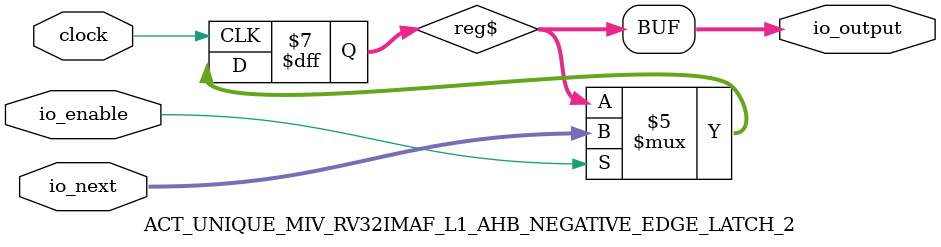
<source format=v>
`define RANDOMIZE
`timescale 1ns/10ps
module ACT_UNIQUE_MIV_RV32IMAF_L1_AHB_NEGATIVE_EDGE_LATCH_2(
  input        clock,
  input  [4:0] io_next,
  input        io_enable,
  output [4:0] io_output
);
  reg [4:0] reg$;
  reg [31:0] _RAND_0;
  wire [4:0] _GEN_0;
  assign io_output = reg$;
  assign _GEN_0 = io_enable ? io_next : reg$;
`ifdef RANDOMIZE
  integer initvar;
  initial begin
    `ifndef verilator
      #0.002 begin end
    `endif
  `ifdef RANDOMIZE_REG_INIT
  _RAND_0 = {1{$random}};
  reg$ = _RAND_0[4:0];
  `endif // RANDOMIZE_REG_INIT
  end
`endif // RANDOMIZE
  always @(posedge clock) begin
    if (io_enable) begin
      reg$ <= io_next;
    end
  end
endmodule

</source>
